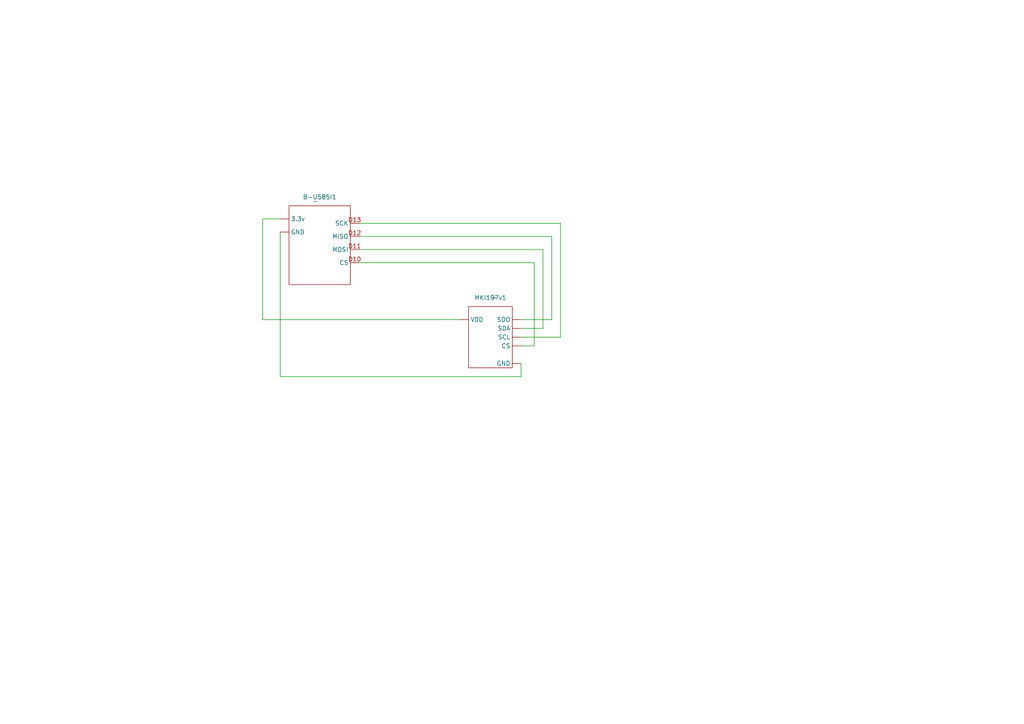
<source format=kicad_sch>
(kicad_sch (version 20230121) (generator eeschema)
  (paper "A4")
  (lib_symbols
    (symbol "B_U585I:ARDUINO_PINS"
      (property "Reference" "B-U585I" (at 1.27 0 0))
      (symbol "ARDUINO_PINS_0_1"
        (rectangle (start -7.62 -1.27) (end 10.16 -24.13))
      )
      (symbol "ARDUINO_PINS_1_1"
        (pin output line (at -10.16 -5.08 0) (length 2.54) (name "3.3v") (number ""))
        (pin output line (at -10.16 -8.89 0) (length 2.54) (name "GND") (number ""))
        (pin output line (at 12.7 -17.78 180) (length 2.54) (name "CS") (number "D10"))
        (pin input line (at 12.7 -13.97 180) (length 2.54) (name "MOSI") (number "D11"))
        (pin output line (at 12.7 -10.16 180) (length 2.54) (name "MISO") (number "D12"))
        (pin output line (at 12.7 -6.35 180) (length 2.54) (name "SCK") (number "D13"))
      )
    )
    (symbol "STEVAL_MKI197V1:SPI_INTERFACE"
      (property "Reference" "MKI197v1" (at -1.27 -1.27 0))
      (symbol "SPI_INTERFACE_0_1"
        (rectangle (start -7.62 -2.54) (end 5.08 -20.32))
      )
      (symbol "SPI_INTERFACE_1_1"
        (pin output line (at 7.62 -13.97 180) (length 2.54) (name "CS") (number ""))
        (pin output line (at 7.62 -19.05 180) (length 2.54) (name "GND") (number ""))
        (pin output line (at 7.62 -11.43 180) (length 2.54) (name "SCL") (number ""))
        (pin output line (at 7.62 -8.89 180) (length 2.54) (name "SDA") (number ""))
        (pin output line (at 7.62 -6.35 180) (length 2.54) (name "SDO") (number ""))
        (pin input line (at -10.16 -6.35 0) (length 2.54) (name "VDD") (number ""))
      )
    )
  )
  (wire (pts (xy 81.28 109.22) (xy 151.13 109.22)))
  (wire (pts (xy 160.02 68.58) (xy 160.02 92.71)))
  (wire (pts (xy 81.28 67.31) (xy 81.28 109.22)))
  (wire (pts (xy 157.48 95.25) (xy 151.13 95.25)))
  (wire (pts (xy 157.48 72.39) (xy 157.48 95.25)))
  (wire (pts (xy 151.13 109.22) (xy 151.13 105.41)))
  (wire (pts (xy 154.94 100.33) (xy 151.13 100.33)))
  (wire (pts (xy 162.56 97.79) (xy 151.13 97.79)))
  (wire (pts (xy 154.94 76.2) (xy 104.14 76.2)))
  (wire (pts (xy 154.94 76.2) (xy 154.94 100.33)))
  (wire (pts (xy 162.56 64.77) (xy 162.56 97.79)))
  (wire (pts (xy 76.2 92.71) (xy 133.35 92.71)))
  (wire (pts (xy 157.48 72.39) (xy 104.14 72.39)))
  (wire (pts (xy 160.02 68.58) (xy 104.14 68.58)))
  (wire (pts (xy 160.02 92.71) (xy 151.13 92.71)))
  (wire (pts (xy 162.56 64.77) (xy 104.14 64.77)))
  (wire (pts (xy 76.2 63.5) (xy 81.28 63.5)))
  (wire (pts (xy 76.2 63.5) (xy 76.2 92.71)))
  (symbol (lib_id "STEVAL_MKI197V1:SPI_INTERFACE") (at 143.51 86.36 0) (unit 1)
    (property "Reference" "MKI197v1" (at 142.24 86.36 0))
    (property "Value" "~" (at 143.51 86.36 0))
  )
  (symbol (lib_id "B_U585I:ARDUINO_PINS") (at 91.44 58.42 0) (unit 1)
    (property "Reference" "B-U585I1" (at 92.71 57.15 0))
    (property "Value" "~" (at 91.44 58.42 0))
  )
)
</source>
